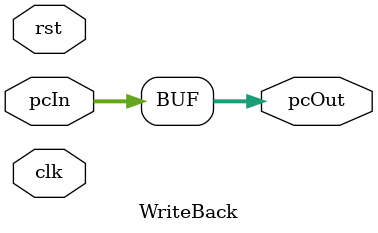
<source format=v>
module WriteBack(
    input clk, rst,
    input [31:0] pcIn,
    output [31:0] pcOut
);
    assign pcOut = pcIn;
endmodule

</source>
